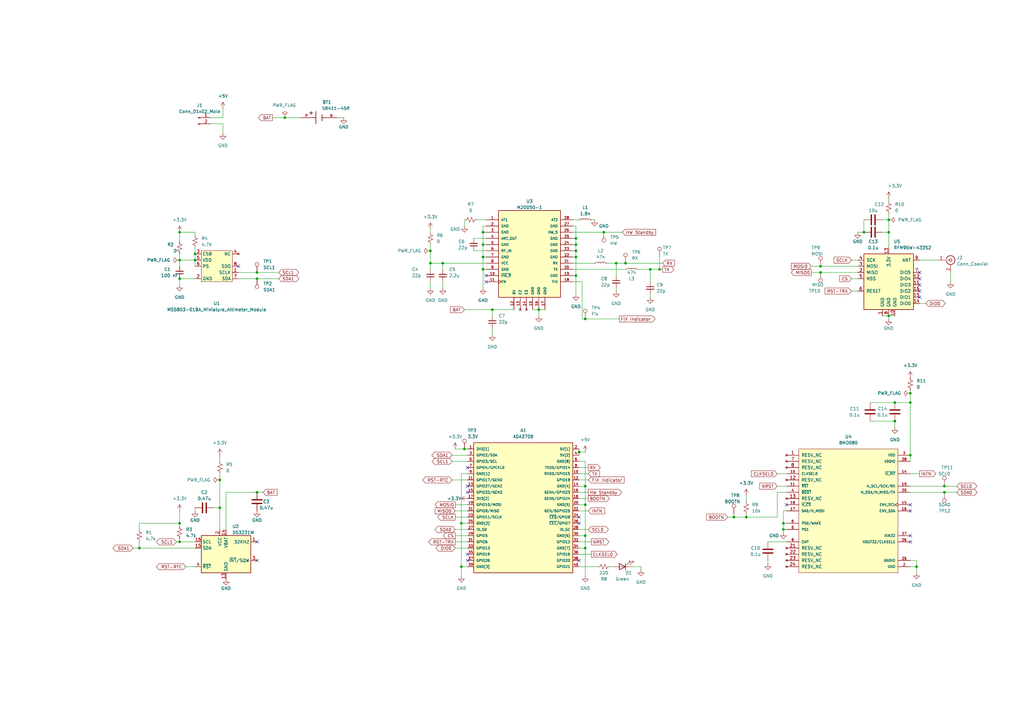
<source format=kicad_sch>
(kicad_sch (version 20211123) (generator eeschema)
  (paper "A3")
  (title_block (title "Real-Time-Rocket") (date "2022-11-10") (rev "v4 (Neutro)") (company "Rice Eclipse") (comment 1 "Hong-Ye Wang"))
  (junction (at 364.49 95.25))
  (junction (at 189.23 232.41))
  (junction (at 256.54 107.95))
  (junction (at 364.49 129.54))
  (junction (at 181.61 107.95))
  (junction (at 300.99 212.09))
  (junction (at 373.38 165.1))
  (junction (at 198.12 105.41))
  (junction (at 90.17 208.28))
  (junction (at 266.7 110.49))
  (junction (at 240.03 224.79))
  (junction (at 80.01 106.68))
  (junction (at 336.55 111.76))
  (junction (at 252.73 107.95))
  (junction (at 387.35 199.39))
  (junction (at 190.5 184.15))
  (junction (at 247.65 95.25))
  (junction (at 73.66 106.68))
  (junction (at 198.12 95.25))
  (junction (at 198.12 110.49))
  (junction (at 73.66 95.25))
  (junction (at 321.31 217.17))
  (junction (at 373.38 186.69))
  (junction (at 220.98 127))
  (junction (at 105.41 201.93))
  (junction (at 373.38 161.29))
  (junction (at 105.41 111.76))
  (junction (at 236.22 97.79))
  (junction (at 189.23 214.63))
  (junction (at 270.51 110.49))
  (junction (at 321.31 214.63))
  (junction (at 176.53 107.95))
  (junction (at 387.35 201.93))
  (junction (at 306.07 212.09))
  (junction (at 240.03 199.39))
  (junction (at 375.92 232.41))
  (junction (at 240.03 130.81))
  (junction (at 236.22 113.03))
  (junction (at 116.84 48.26))
  (junction (at 57.15 224.79))
  (junction (at 354.33 95.25))
  (junction (at 367.03 172.72))
  (junction (at 336.55 109.22))
  (junction (at 236.22 102.87))
  (junction (at 73.66 114.3))
  (junction (at 237.49 185.42))
  (junction (at 80.01 104.14))
  (junction (at 73.66 214.63))
  (junction (at 201.93 127))
  (junction (at 90.17 196.85))
  (junction (at 236.22 105.41))
  (junction (at 240.03 207.01))
  (junction (at 367.03 165.1))
  (junction (at 198.12 100.33))
  (junction (at 73.66 222.25))
  (junction (at 176.53 102.87))
  (junction (at 105.41 114.3))
  (junction (at 240.03 219.71))
  (junction (at 364.49 90.17))
  (junction (at 236.22 100.33))
  (no_connect (at 105.41 229.87))
  (no_connect (at 373.38 222.25))
  (no_connect (at 199.39 113.03))
  (no_connect (at 199.39 115.57))
  (no_connect (at 105.41 222.25))
  (no_connect (at 377.19 119.38))
  (no_connect (at 191.77 191.77))
  (no_connect (at 373.38 219.71))
  (no_connect (at 97.79 109.22))
  (no_connect (at 322.58 207.01))
  (no_connect (at 377.19 116.84))
  (no_connect (at 377.19 114.3))
  (no_connect (at 237.49 214.63))
  (no_connect (at 377.19 111.76))
  (no_connect (at 191.77 199.39))
  (no_connect (at 191.77 201.93))
  (no_connect (at 237.49 229.87))
  (no_connect (at 377.19 121.92))
  (no_connect (at 373.38 207.01))
  (no_connect (at 191.77 227.33))
  (no_connect (at 191.77 229.87))
  (no_connect (at 237.49 212.09))
  (no_connect (at 373.38 209.55))
  (wire (pts (xy 321.31 217.17) (xy 321.31 218.44)))
  (wire (pts (xy 80.01 208.28) (xy 80.01 209.55)))
  (wire (pts (xy 116.84 48.26) (xy 123.19 48.26)))
  (wire (pts (xy 364.49 129.54) (xy 364.49 130.81)))
  (wire (pts (xy 236.22 102.87) (xy 236.22 105.41)))
  (wire (pts (xy 236.22 105.41) (xy 236.22 113.03)))
  (wire (pts (xy 373.38 194.31) (xy 377.19 194.31)))
  (wire (pts (xy 237.49 207.01) (xy 240.03 207.01)))
  (wire (pts (xy 181.61 107.95) (xy 176.53 107.95)))
  (wire (pts (xy 270.51 105.41) (xy 270.51 110.49)))
  (wire (pts (xy 186.69 219.71) (xy 191.77 219.71)))
  (wire (pts (xy 364.49 90.17) (xy 364.49 95.25)))
  (wire (pts (xy 236.22 100.33) (xy 236.22 102.87)))
  (wire (pts (xy 236.22 113.03) (xy 236.22 120.65)))
  (wire (pts (xy 90.17 196.85) (xy 90.17 208.28)))
  (wire (pts (xy 256.54 107.95) (xy 271.78 107.95)))
  (wire (pts (xy 306.07 203.2) (xy 306.07 205.74)))
  (wire (pts (xy 186.69 209.55) (xy 191.77 209.55)))
  (wire (pts (xy 198.12 92.71) (xy 198.12 95.25)))
  (wire (pts (xy 198.12 110.49) (xy 199.39 110.49)))
  (wire (pts (xy 57.15 222.25) (xy 57.15 224.79)))
  (wire (pts (xy 181.61 115.57) (xy 181.61 118.11)))
  (wire (pts (xy 86.36 48.26) (xy 91.44 48.26)))
  (wire (pts (xy 356.87 172.72) (xy 367.03 172.72)))
  (wire (pts (xy 238.76 115.57) (xy 234.95 115.57)))
  (wire (pts (xy 176.53 95.25) (xy 176.53 93.98)))
  (wire (pts (xy 91.44 44.45) (xy 91.44 48.26)))
  (wire (pts (xy 318.77 199.39) (xy 322.58 199.39)))
  (wire (pts (xy 367.03 165.1) (xy 356.87 165.1)))
  (wire (pts (xy 306.07 210.82) (xy 306.07 212.09)))
  (wire (pts (xy 237.49 185.42) (xy 237.49 186.69)))
  (wire (pts (xy 373.38 229.87) (xy 375.92 229.87)))
  (wire (pts (xy 92.71 201.93) (xy 105.41 201.93)))
  (wire (pts (xy 190.5 90.17) (xy 190.5 92.71)))
  (wire (pts (xy 54.61 224.79) (xy 57.15 224.79)))
  (wire (pts (xy 73.66 222.25) (xy 80.01 222.25)))
  (wire (pts (xy 379.73 124.46) (xy 377.19 124.46)))
  (wire (pts (xy 375.92 232.41) (xy 373.38 232.41)))
  (wire (pts (xy 181.61 107.95) (xy 181.61 110.49)))
  (wire (pts (xy 198.12 105.41) (xy 199.39 105.41)))
  (wire (pts (xy 262.89 232.41) (xy 262.89 233.68)))
  (wire (pts (xy 90.17 186.69) (xy 90.17 189.23)))
  (wire (pts (xy 248.92 107.95) (xy 252.73 107.95)))
  (wire (pts (xy 238.76 130.81) (xy 238.76 115.57)))
  (wire (pts (xy 238.76 130.81) (xy 240.03 130.81)))
  (wire (pts (xy 189.23 232.41) (xy 189.23 236.22)))
  (wire (pts (xy 252.73 118.11) (xy 252.73 119.38)))
  (wire (pts (xy 73.66 95.25) (xy 73.66 99.06)))
  (wire (pts (xy 373.38 201.93) (xy 387.35 201.93)))
  (wire (pts (xy 199.39 90.17) (xy 195.58 90.17)))
  (wire (pts (xy 57.15 214.63) (xy 73.66 214.63)))
  (wire (pts (xy 220.98 127) (xy 220.98 129.54)))
  (wire (pts (xy 237.49 196.85) (xy 241.3 196.85)))
  (wire (pts (xy 321.31 214.63) (xy 321.31 217.17)))
  (wire (pts (xy 176.53 102.87) (xy 176.53 107.95)))
  (wire (pts (xy 332.74 109.22) (xy 336.55 109.22)))
  (wire (pts (xy 237.49 219.71) (xy 240.03 219.71)))
  (wire (pts (xy 92.71 201.93) (xy 92.71 217.17)))
  (wire (pts (xy 314.96 229.87) (xy 314.96 231.14)))
  (wire (pts (xy 194.31 102.87) (xy 199.39 102.87)))
  (wire (pts (xy 373.38 161.29) (xy 373.38 165.1)))
  (wire (pts (xy 314.96 222.25) (xy 322.58 222.25)))
  (wire (pts (xy 240.03 199.39) (xy 240.03 207.01)))
  (wire (pts (xy 80.01 106.68) (xy 80.01 109.22)))
  (wire (pts (xy 234.95 107.95) (xy 243.84 107.95)))
  (wire (pts (xy 73.66 209.55) (xy 73.66 214.63)))
  (wire (pts (xy 387.35 201.93) (xy 392.43 201.93)))
  (wire (pts (xy 234.95 100.33) (xy 236.22 100.33)))
  (wire (pts (xy 186.69 217.17) (xy 191.77 217.17)))
  (wire (pts (xy 87.63 208.28) (xy 90.17 208.28)))
  (wire (pts (xy 234.95 113.03) (xy 236.22 113.03)))
  (wire (pts (xy 349.25 119.38) (xy 351.79 119.38)))
  (wire (pts (xy 373.38 199.39) (xy 387.35 199.39)))
  (wire (pts (xy 237.49 227.33) (xy 242.57 227.33)))
  (wire (pts (xy 237.49 209.55) (xy 241.3 209.55)))
  (wire (pts (xy 336.55 111.76) (xy 351.79 111.76)))
  (wire (pts (xy 354.33 90.17) (xy 354.33 95.25)))
  (wire (pts (xy 318.77 194.31) (xy 322.58 194.31)))
  (wire (pts (xy 375.92 229.87) (xy 375.92 232.41)))
  (wire (pts (xy 198.12 100.33) (xy 198.12 105.41)))
  (wire (pts (xy 201.93 127) (xy 210.82 127)))
  (wire (pts (xy 111.76 48.26) (xy 116.84 48.26)))
  (wire (pts (xy 250.19 232.41) (xy 251.46 232.41)))
  (wire (pts (xy 176.53 115.57) (xy 176.53 118.11)))
  (wire (pts (xy 373.38 165.1) (xy 367.03 165.1)))
  (wire (pts (xy 349.25 114.3) (xy 351.79 114.3)))
  (wire (pts (xy 138.43 48.26) (xy 140.97 48.26)))
  (wire (pts (xy 234.95 97.79) (xy 236.22 97.79)))
  (wire (pts (xy 351.79 95.25) (xy 354.33 95.25)))
  (wire (pts (xy 261.62 110.49) (xy 266.7 110.49)))
  (wire (pts (xy 73.66 104.14) (xy 73.66 106.68)))
  (wire (pts (xy 322.58 201.93) (xy 318.77 201.93)))
  (wire (pts (xy 234.95 105.41) (xy 236.22 105.41)))
  (wire (pts (xy 73.66 106.68) (xy 73.66 109.22)))
  (wire (pts (xy 234.95 92.71) (xy 236.22 92.71)))
  (wire (pts (xy 252.73 107.95) (xy 252.73 113.03)))
  (wire (pts (xy 321.31 214.63) (xy 322.58 214.63)))
  (wire (pts (xy 373.38 186.69) (xy 373.38 189.23)))
  (wire (pts (xy 105.41 111.76) (xy 114.3 111.76)))
  (wire (pts (xy 332.74 111.76) (xy 336.55 111.76)))
  (wire (pts (xy 199.39 92.71) (xy 198.12 92.71)))
  (wire (pts (xy 240.03 224.79) (xy 240.03 236.22)))
  (wire (pts (xy 218.44 127) (xy 220.98 127)))
  (wire (pts (xy 237.49 204.47) (xy 241.3 204.47)))
  (wire (pts (xy 240.03 207.01) (xy 240.03 219.71)))
  (wire (pts (xy 242.57 90.17) (xy 243.84 90.17)))
  (wire (pts (xy 322.58 209.55) (xy 321.31 209.55)))
  (wire (pts (xy 201.93 127) (xy 201.93 129.54)))
  (wire (pts (xy 186.69 184.15) (xy 190.5 184.15)))
  (wire (pts (xy 189.23 194.31) (xy 189.23 214.63)))
  (wire (pts (xy 86.36 50.8) (xy 91.44 50.8)))
  (wire (pts (xy 80.01 96.52) (xy 80.01 95.25)))
  (wire (pts (xy 90.17 208.28) (xy 90.17 217.17)))
  (wire (pts (xy 176.53 107.95) (xy 176.53 110.49)))
  (wire (pts (xy 73.66 106.68) (xy 80.01 106.68)))
  (wire (pts (xy 377.19 106.68) (xy 384.81 106.68)))
  (wire (pts (xy 190.5 184.15) (xy 191.77 184.15)))
  (wire (pts (xy 186.69 222.25) (xy 191.77 222.25)))
  (wire (pts (xy 80.01 104.14) (xy 80.01 106.68)))
  (wire (pts (xy 237.49 217.17) (xy 241.3 217.17)))
  (wire (pts (xy 234.95 102.87) (xy 236.22 102.87)))
  (wire (pts (xy 186.69 212.09) (xy 191.77 212.09)))
  (wire (pts (xy 73.66 220.98) (xy 73.66 222.25)))
  (wire (pts (xy 186.69 207.01) (xy 191.77 207.01)))
  (wire (pts (xy 259.08 232.41) (xy 262.89 232.41)))
  (wire (pts (xy 57.15 224.79) (xy 80.01 224.79)))
  (wire (pts (xy 73.66 114.3) (xy 73.66 116.84)))
  (wire (pts (xy 364.49 81.28) (xy 364.49 82.55)))
  (wire (pts (xy 367.03 172.72) (xy 367.03 175.26)))
  (wire (pts (xy 361.95 90.17) (xy 364.49 90.17)))
  (wire (pts (xy 189.23 214.63) (xy 191.77 214.63)))
  (wire (pts (xy 73.66 114.3) (xy 80.01 114.3)))
  (wire (pts (xy 266.7 110.49) (xy 266.7 115.57)))
  (wire (pts (xy 373.38 160.02) (xy 373.38 161.29)))
  (wire (pts (xy 364.49 95.25) (xy 364.49 101.6)))
  (wire (pts (xy 220.98 127) (xy 223.52 127)))
  (wire (pts (xy 389.89 111.76) (xy 389.89 115.57)))
  (wire (pts (xy 198.12 105.41) (xy 198.12 110.49)))
  (wire (pts (xy 185.42 196.85) (xy 191.77 196.85)))
  (wire (pts (xy 201.93 134.62) (xy 201.93 137.16)))
  (wire (pts (xy 185.42 186.69) (xy 191.77 186.69)))
  (wire (pts (xy 300.99 210.82) (xy 300.99 212.09)))
  (wire (pts (xy 336.55 109.22) (xy 351.79 109.22)))
  (wire (pts (xy 252.73 107.95) (xy 256.54 107.95)))
  (wire (pts (xy 240.03 219.71) (xy 240.03 224.79)))
  (wire (pts (xy 191.77 194.31) (xy 189.23 194.31)))
  (wire (pts (xy 234.95 95.25) (xy 247.65 95.25)))
  (wire (pts (xy 364.49 129.54) (xy 367.03 129.54)))
  (wire (pts (xy 189.23 214.63) (xy 189.23 232.41)))
  (wire (pts (xy 72.39 222.25) (xy 73.66 222.25)))
  (wire (pts (xy 236.22 97.79) (xy 236.22 100.33)))
  (wire (pts (xy 76.2 232.41) (xy 80.01 232.41)))
  (wire (pts (xy 90.17 194.31) (xy 90.17 196.85)))
  (wire (pts (xy 349.25 106.68) (xy 351.79 106.68)))
  (wire (pts (xy 105.41 201.93) (xy 107.95 201.93)))
  (wire (pts (xy 57.15 214.63) (xy 57.15 217.17)))
  (wire (pts (xy 198.12 95.25) (xy 198.12 100.33)))
  (wire (pts (xy 97.79 111.76) (xy 105.41 111.76)))
  (wire (pts (xy 198.12 110.49) (xy 198.12 118.11)))
  (wire (pts (xy 176.53 100.33) (xy 176.53 102.87)))
  (wire (pts (xy 190.5 127) (xy 201.93 127)))
  (wire (pts (xy 198.12 100.33) (xy 199.39 100.33)))
  (wire (pts (xy 194.31 97.79) (xy 199.39 97.79)))
  (wire (pts (xy 361.95 129.54) (xy 364.49 129.54)))
  (wire (pts (xy 234.95 110.49) (xy 256.54 110.49)))
  (wire (pts (xy 237.49 194.31) (xy 241.3 194.31)))
  (wire (pts (xy 237.49 185.42) (xy 240.03 185.42)))
  (wire (pts (xy 375.92 232.41) (xy 375.92 234.95)))
  (wire (pts (xy 240.03 130.81) (xy 254 130.81)))
  (wire (pts (xy 306.07 212.09) (xy 318.77 212.09)))
  (wire (pts (xy 105.41 114.3) (xy 114.3 114.3)))
  (wire (pts (xy 266.7 120.65) (xy 266.7 121.92)))
  (wire (pts (xy 237.49 224.79) (xy 240.03 224.79)))
  (wire (pts (xy 298.45 212.09) (xy 300.99 212.09)))
  (wire (pts (xy 181.61 107.95) (xy 199.39 107.95)))
  (wire (pts (xy 80.01 95.25) (xy 73.66 95.25)))
  (wire (pts (xy 97.79 114.3) (xy 105.41 114.3)))
  (wire (pts (xy 266.7 110.49) (xy 270.51 110.49)))
  (wire (pts (xy 247.65 95.25) (xy 255.27 95.25)))
  (wire (pts (xy 234.95 90.17) (xy 237.49 90.17)))
  (wire (pts (xy 237.49 222.25) (xy 242.57 222.25)))
  (wire (pts (xy 237.49 189.23) (xy 240.03 189.23)))
  (wire (pts (xy 237.49 201.93) (xy 241.3 201.93)))
  (wire (pts (xy 270.51 110.49) (xy 271.78 110.49)))
  (wire (pts (xy 237.49 191.77) (xy 241.3 191.77)))
  (wire (pts (xy 361.95 95.25) (xy 364.49 95.25)))
  (wire (pts (xy 387.35 199.39) (xy 392.43 199.39)))
  (wire (pts (xy 318.77 201.93) (xy 318.77 212.09)))
  (wire (pts (xy 73.66 214.63) (xy 73.66 215.9)))
  (wire (pts (xy 321.31 217.17) (xy 322.58 217.17)))
  (wire (pts (xy 198.12 95.25) (xy 199.39 95.25)))
  (wire (pts (xy 189.23 232.41) (xy 191.77 232.41)))
  (wire (pts (xy 185.42 189.23) (xy 191.77 189.23)))
  (wire (pts (xy 300.99 212.09) (xy 306.07 212.09)))
  (wire (pts (xy 321.31 209.55) (xy 321.31 214.63)))
  (wire (pts (xy 237.49 184.15) (xy 237.49 185.42)))
  (wire (pts (xy 364.49 87.63) (xy 364.49 90.17)))
  (wire (pts (xy 186.69 224.79) (xy 191.77 224.79)))
  (wire (pts (xy 80.01 101.6) (xy 80.01 104.14)))
  (wire (pts (xy 240.03 189.23) (xy 240.03 199.39)))
  (wire (pts (xy 373.38 165.1) (xy 373.38 186.69)))
  (wire (pts (xy 91.44 50.8) (xy 91.44 54.61)))
  (wire (pts (xy 237.49 199.39) (xy 240.03 199.39)))
  (wire (pts (xy 237.49 232.41) (xy 245.11 232.41)))
  (wire (pts (xy 236.22 92.71) (xy 236.22 97.79)))
  (global_label "INTN" (shape output) (at 377.19 194.31 0) (property "Intersheet References" "${INTERSHEET_REFS}" (effects hide)))
  (global_label "RST-RTC" (shape bidirectional) (at 185.42 196.85 180) (property "Intersheet References" "${INTERSHEET_REFS}" (effects hide)))
  (global_label "SCL1" (shape bidirectional) (at 114.3 111.76 0) (property "Intersheet References" "${INTERSHEET_REFS}" (effects hide)))
  (global_label "INTN" (shape input) (at 241.3 209.55 0) (property "Intersheet References" "${INTERSHEET_REFS}" (effects hide)))
  (global_label "SDA0" (shape bidirectional) (at 186.69 217.17 180) (property "Intersheet References" "${INTERSHEET_REFS}" (effects hide)))
  (global_label "FIX Indicator" (shape output) (at 254 130.81 0) (property "Intersheet References" "${INTERSHEET_REFS}" (effects hide)))
  (global_label "RX" (shape input) (at 271.78 107.95 0) (property "Intersheet References" "${INTERSHEET_REFS}" (effects hide)))
  (global_label "MOSI0" (shape input) (at 332.74 109.22 180) (property "Intersheet References" "${INTERSHEET_REFS}" (effects hide)))
  (global_label "HW Standby" (shape output) (at 241.3 201.93 0) (property "Intersheet References" "${INTERSHEET_REFS}" (effects hide)))
  (global_label "BOOTN" (shape output) (at 241.3 204.47 0) (property "Intersheet References" "${INTERSHEET_REFS}" (effects hide)))
  (global_label "FIX Indicator" (shape input) (at 241.3 196.85 0) (property "Intersheet References" "${INTERSHEET_REFS}" (effects hide)))
  (global_label "MISO0" (shape output) (at 332.74 111.76 180) (property "Intersheet References" "${INTERSHEET_REFS}" (effects hide)))
  (global_label "MOSI0" (shape output) (at 186.69 207.01 180) (property "Intersheet References" "${INTERSHEET_REFS}" (effects hide)))
  (global_label "RST-RTC" (shape bidirectional) (at 76.2 232.41 180) (property "Intersheet References" "${INTERSHEET_REFS}" (effects hide)))
  (global_label "NRST" (shape input) (at 318.77 199.39 180) (property "Intersheet References" "${INTERSHEET_REFS}" (effects hide)))
  (global_label "SCL1" (shape bidirectional) (at 185.42 189.23 180) (property "Intersheet References" "${INTERSHEET_REFS}" (effects hide)))
  (global_label "CLKSEL0" (shape input) (at 318.77 194.31 180) (property "Intersheet References" "${INTERSHEET_REFS}" (effects hide)))
  (global_label "BAT" (shape output) (at 111.76 48.26 180) (property "Intersheet References" "${INTERSHEET_REFS}" (effects hide)))
  (global_label "BAT" (shape input) (at 107.95 201.93 0) (property "Intersheet References" "${INTERSHEET_REFS}" (effects hide)))
  (global_label "DIO0" (shape bidirectional) (at 186.69 224.79 180) (property "Intersheet References" "${INTERSHEET_REFS}" (effects hide)))
  (global_label "TX" (shape input) (at 241.3 194.31 0) (property "Intersheet References" "${INTERSHEET_REFS}" (effects hide)))
  (global_label "CS" (shape input) (at 349.25 114.3 180) (property "Intersheet References" "${INTERSHEET_REFS}" (effects hide)))
  (global_label "RX" (shape output) (at 241.3 191.77 0) (property "Intersheet References" "${INTERSHEET_REFS}" (effects hide)))
  (global_label "HW Standby" (shape input) (at 255.27 95.25 0) (property "Intersheet References" "${INTERSHEET_REFS}" (effects hide)))
  (global_label "SDA0" (shape bidirectional) (at 392.43 201.93 0) (property "Intersheet References" "${INTERSHEET_REFS}" (effects hide)))
  (global_label "SCL0" (shape bidirectional) (at 241.3 217.17 0) (property "Intersheet References" "${INTERSHEET_REFS}" (effects hide)))
  (global_label "SDA1" (shape bidirectional) (at 185.42 186.69 180) (property "Intersheet References" "${INTERSHEET_REFS}" (effects hide)))
  (global_label "SCL0" (shape bidirectional) (at 392.43 199.39 0) (property "Intersheet References" "${INTERSHEET_REFS}" (effects hide)))
  (global_label "SDA1" (shape bidirectional) (at 54.61 224.79 180) (property "Intersheet References" "${INTERSHEET_REFS}" (effects hide)))
  (global_label "TX" (shape output) (at 271.78 110.49 0) (property "Intersheet References" "${INTERSHEET_REFS}" (effects hide)))
  (global_label "BAT" (shape input) (at 190.5 127 180) (property "Intersheet References" "${INTERSHEET_REFS}" (effects hide)))
  (global_label "MISO0" (shape input) (at 186.69 209.55 180) (property "Intersheet References" "${INTERSHEET_REFS}" (effects hide)))
  (global_label "DIO0" (shape bidirectional) (at 379.73 124.46 0) (property "Intersheet References" "${INTERSHEET_REFS}" (effects hide)))
  (global_label "CLKSEL0" (shape output) (at 242.57 227.33 0) (property "Intersheet References" "${INTERSHEET_REFS}" (effects hide)))
  (global_label "SCLK" (shape input) (at 349.25 106.68 180) (property "Intersheet References" "${INTERSHEET_REFS}" (effects hide)))
  (global_label "SDA1" (shape bidirectional) (at 114.3 114.3 0) (property "Intersheet References" "${INTERSHEET_REFS}" (effects hide)))
  (global_label "RST-TRX" (shape input) (at 349.25 119.38 180) (property "Intersheet References" "${INTERSHEET_REFS}" (effects hide)))
  (global_label "SCLK" (shape output) (at 186.69 212.09 180) (property "Intersheet References" "${INTERSHEET_REFS}" (effects hide)))
  (global_label "SCL1" (shape bidirectional) (at 72.39 222.25 180) (property "Intersheet References" "${INTERSHEET_REFS}" (effects hide)))
  (global_label "NRST" (shape output) (at 242.57 222.25 0) (property "Intersheet References" "${INTERSHEET_REFS}" (effects hide)))
  (global_label "RST-TRX" (shape output) (at 186.69 222.25 180) (property "Intersheet References" "${INTERSHEET_REFS}" (effects hide)))
  (global_label "BOOTN" (shape input) (at 298.45 212.09 180) (property "Intersheet References" "${INTERSHEET_REFS}" (effects hide)))
  (global_label "CS" (shape output) (at 186.69 219.71 180) (property "Intersheet References" "${INTERSHEET_REFS}" (effects hide)))
  (symbol (lib_id "Flight_Instruments:BNO080") (at 347.98 209.55 0) (unit 1)
    (property "Reference" "U4" (at 347.98 179.07 0))
    (property "Value" "BNO080" (at 347.98 181.61 0))
    (property "Footprint" "IC_BNO080" (effects hide))
    (property "MAXIMUM_PACKAGE_HEIGHT" "1.180 mm" (effects hide))
    (property "PARTREV" "1.6" (effects hide))
    (property "MANUFACTURER" "Hillcrest Laboratories, Inc." (effects hide))
    (property "STANDARD" "Manufacturer Recommendations" (effects hide))
  )
  (symbol (lib_id "power:GND") (at 198.12 118.11 0) (unit 1)
    (property "Reference" "#PWR019" (effects hide))
    (property "Value" "GND" (at 198.12 123.19 0))
  )
  (symbol (lib_id "power:GND") (at 73.66 116.84 0) (unit 1)
    (property "Reference" "#PWR02" (effects hide))
    (property "Value" "GND" (at 73.66 121.92 0))
  )
  (symbol (lib_name "DS3231M_1") (lib_id "Timer_RTC:DS3231M") (at 92.71 227.33 0) (unit 1)
    (property "Reference" "U2" (at 95.25 215.9 0) (effects (justify left)))
    (property "Value" "DS3231M" (at 95.25 218.44 0) (effects (justify left)))
    (property "Footprint" "avio_flight_instruments_meeting_1:SOIC127P1032X265-16N" (effects hide))
    (property "Datasheet" "http://datasheets.maximintegrated.com/en/ds/DS3231.pdf" (effects hide))
  )
  (symbol (lib_id "Device:C_Small") (at 73.66 111.76 180) (unit 1)
    (property "Reference" "C1" (at 67.31 110.49 0) (effects (justify right)))
    (property "Value" "100 nF" (at 66.04 113.03 0) (effects (justify right)))
    (property "Footprint" "Capacitor_SMD:C_1206_3216Metric" (effects hide))
  )
  (symbol (lib_id "power:GND") (at 266.7 121.92 0) (unit 1)
    (property "Reference" "#PWR028" (effects hide))
    (property "Value" "GND" (at 266.7 127 0))
  )
  (symbol (lib_id "Flight_Instruments:M20050-1") (at 217.17 105.41 0) (unit 1)
    (property "Reference" "U3" (at 217.17 82.55 0))
    (property "Value" "M20050-1" (at 217.17 85.09 0))
    (property "Footprint" "avio_flight_instruments_meeting_1:XCVR_M20050-1" (effects hide))
    (property "MAXIMUM_PACKAGE_HEIGHT" "2.0 mm" (effects hide))
    (property "MANUFACTURER" "Antenova" (effects hide))
    (property "PARTREV" "M20050-1-PS-2.01" (effects hide))
    (property "STANDARD" "Manufacturer Recommendations" (effects hide))
  )
  (symbol (lib_id "Connector:TestPoint") (at 105.41 114.3 180) (unit 1)
    (property "Reference" "TP2" (at 107.95 116.3319 0) (effects (justify right)))
    (property "Value" "SDA1" (at 107.95 118.8719 0) (effects (justify right)))
    (property "Footprint" "TestPoint:TestPoint_Pad_D1.5mm" (effects hide))
  )
  (symbol (lib_id "Device:C_Small") (at 201.93 132.08 180) (unit 1)
    (property "Reference" "C7" (at 204.47 129.54 0) (effects (justify right)))
    (property "Value" "22p" (at 204.47 132.08 0) (effects (justify right)))
    (property "Footprint" "Capacitor_SMD:C_1206_3216Metric" (effects hide))
  )
  (symbol (lib_id "Flight_Instruments:MS5803-01BA_Miniature_Altimeter_Module") (at 88.9 106.68 0) (unit 1)
    (property "Reference" "U1" (at 88.9 124.46 0))
    (property "Value" "MS5803-01BA_Miniature_Altimeter_Module" (at 88.9 127 0))
    (property "Footprint" "avio_flight_instruments_meeting_1:MS5803-01BA_Miniature_Altimeter_Module" (effects hide))
  )
  (symbol (lib_id "power:+3.3V") (at 306.07 203.2 0) (unit 1)
    (property "Reference" "#PWR029" (effects hide))
    (property "Value" "+3.3V" (at 306.07 198.12 0))
  )
  (symbol (lib_id "power:GND") (at 351.79 95.25 0) (unit 1)
    (property "Reference" "#PWR032" (effects hide))
    (property "Value" "GND" (at 351.79 99.06 0))
  )
  (symbol (lib_id "Device:L_Small") (at 240.03 90.17 270) (mirror x) (unit 1)
    (property "Reference" "L1" (at 240.03 85.09 90))
    (property "Value" "1.8n" (at 240.03 87.63 90))
    (property "Footprint" "Inductor_SMD:L_1206_3216Metric" (effects hide))
  )
  (symbol (lib_id "power:GND") (at 364.49 130.81 0) (unit 1)
    (property "Reference" "#PWR034" (effects hide))
    (property "Value" "GND" (at 364.49 134.62 0))
  )
  (symbol (lib_name "RFM96W-433S2_1") (lib_id "RF_Module:RFM96W-433S2") (at 364.49 114.3 0) (unit 1)
    (property "Reference" "U5" (at 366.5094 99.06 0) (effects (justify left)))
    (property "Value" "RFM96W-433S2" (at 366.5094 101.6 0) (effects (justify left)))
    (property "Footprint" "RF_Module:HOPERF_RFM9XW_SMD" (effects hide))
    (property "Datasheet" "https://www.hoperf.com/data/upload/portal/20181127/5bfcc0ac60235.pdf" (effects hide))
  )
  (symbol (lib_id "Device:R_Small_US") (at 364.49 85.09 0) (unit 1)
    (property "Reference" "R10" (at 367.03 83.8199 0) (effects (justify left)))
    (property "Value" "0" (at 367.03 86.3599 0) (effects (justify left)))
    (property "Footprint" "Resistor_SMD:R_1206_3216Metric" (effects hide))
  )
  (symbol (lib_id "Device:C") (at 83.82 208.28 90) (unit 1)
    (property "Reference" "C2" (at 83.82 201.93 90))
    (property "Value" "0.47u" (at 83.82 204.47 90))
    (property "Footprint" "Capacitor_SMD:C_1206_3216Metric" (effects hide))
  )
  (symbol (lib_id "power:GND") (at 375.92 234.95 0) (unit 1)
    (property "Reference" "#PWR037" (effects hide))
    (property "Value" "GND" (at 375.92 240.03 0))
  )
  (symbol (lib_id "Connector:TestPoint") (at 387.35 199.39 0) (unit 1)
    (property "Reference" "TP11" (at 386.08 191.77 0) (effects (justify left)))
    (property "Value" "SCL0" (at 384.81 194.31 0) (effects (justify left)))
    (property "Footprint" "TestPoint:TestPoint_Pad_D1.5mm" (effects hide))
  )
  (symbol (lib_id "Device:R_Small_US") (at 373.38 157.48 0) (unit 1)
    (property "Reference" "R11" (at 375.92 156.2099 0) (effects (justify left)))
    (property "Value" "0" (at 375.92 158.7499 0) (effects (justify left)))
    (property "Footprint" "Resistor_SMD:R_1206_3216Metric" (effects hide))
  )
  (symbol (lib_id "Connector:TestPoint") (at 256.54 107.95 0) (unit 1)
    (property "Reference" "TP6" (at 259.08 103.3779 0) (effects (justify left)))
    (property "Value" "RX" (at 259.08 105.9179 0) (effects (justify left)))
    (property "Footprint" "TestPoint:TestPoint_Pad_D1.5mm" (effects hide))
  )
  (symbol (lib_id "power:GND") (at 389.89 115.57 0) (unit 1)
    (property "Reference" "#PWR038" (effects hide))
    (property "Value" "GND" (at 389.89 120.65 0))
  )
  (symbol (lib_id "Device:C") (at 105.41 205.74 0) (unit 1)
    (property "Reference" "C3" (at 109.22 205.74 0))
    (property "Value" "0.47u" (at 109.22 208.28 0))
    (property "Footprint" "Capacitor_SMD:C_1206_3216Metric" (effects hide))
  )
  (symbol (lib_id "Device:R_Small_US") (at 57.15 219.71 0) (unit 1)
    (property "Reference" "R1" (at 59.69 218.4399 0) (effects (justify left)))
    (property "Value" "4.7k" (at 59.69 220.9799 0) (effects (justify left)))
    (property "Footprint" "Resistor_SMD:R_1206_3216Metric" (effects hide))
  )
  (symbol (lib_id "Connector:TestPoint") (at 270.51 105.41 0) (unit 1)
    (property "Reference" "TP7" (at 271.78 101.6 0) (effects (justify left)))
    (property "Value" "TX" (at 271.78 104.14 0) (effects (justify left)))
    (property "Footprint" "TestPoint:TestPoint_Pad_D1.5mm" (effects hide))
  )
  (symbol (lib_id "Connector:TestPoint") (at 190.5 184.15 0) (unit 1)
    (property "Reference" "TP3" (at 191.77 176.53 0) (effects (justify left)))
    (property "Value" "3.3V" (at 191.77 179.07 0) (effects (justify left)))
    (property "Footprint" "TestPoint:TestPoint_Pad_D1.5mm" (effects hide))
  )
  (symbol (lib_id "Device:C_Small") (at 181.61 113.03 180) (unit 1)
    (property "Reference" "C5" (at 184.15 110.49 0) (effects (justify right)))
    (property "Value" "2.2u" (at 184.15 113.03 0) (effects (justify right)))
    (property "Footprint" "Capacitor_SMD:C_1206_3216Metric" (effects hide))
  )
  (symbol (lib_id "power:+3.3V") (at 176.53 93.98 0) (unit 1)
    (property "Reference" "#PWR012" (effects hide))
    (property "Value" "+3.3V" (at 176.53 88.9 0))
  )
  (symbol (lib_id "Device:L_Small") (at 259.08 110.49 90) (unit 1)
    (property "Reference" "L3" (at 259.08 114.3 90))
    (property "Value" "47n" (at 259.08 111.76 90))
    (property "Footprint" "Inductor_SMD:L_1206_3216Metric" (effects hide))
  )
  (symbol (lib_id "Connector:TestPoint") (at 336.55 111.76 180) (unit 1)
    (property "Reference" "TP10" (at 336.55 119.38 0) (effects (justify left)))
    (property "Value" "MISO" (at 337.82 116.84 0) (effects (justify left)))
    (property "Footprint" "TestPoint:TestPoint_Pad_D1.5mm" (effects hide))
  )
  (symbol (lib_id "power:+3.3V") (at 73.66 95.25 0) (unit 1)
    (property "Reference" "#PWR01" (effects hide))
    (property "Value" "+3.3V" (at 73.66 90.17 0))
  )
  (symbol (lib_id "power:+3.3V") (at 90.17 186.69 0) (unit 1)
    (property "Reference" "#PWR05" (effects hide))
    (property "Value" "+3.3V" (at 90.17 181.61 0))
  )
  (symbol (lib_id "Device:R_Small_US") (at 176.53 97.79 0) (unit 1)
    (property "Reference" "R6" (at 179.07 96.5199 0) (effects (justify left)))
    (property "Value" "0" (at 179.07 99.0599 0) (effects (justify left)))
    (property "Footprint" "Resistor_SMD:R_1206_3216Metric" (effects hide))
  )
  (symbol (lib_id "power:GND") (at 252.73 119.38 0) (unit 1)
    (property "Reference" "#PWR026" (effects hide))
    (property "Value" "GND" (at 252.73 124.46 0))
  )
  (symbol (lib_id "Connector:Conn_01x02_Male") (at 81.28 48.26 0) (unit 1)
    (property "Reference" "J1" (at 81.915 43.18 0))
    (property "Value" "Conn_01x02_Male" (at 81.915 45.72 0))
    (property "Footprint" "Connector_PinHeader_2.54mm:PinHeader_1x02_P2.54mm_Vertical" (effects hide))
  )
  (symbol (lib_id "power:+3.3V") (at 373.38 154.94 0) (unit 1)
    (property "Reference" "#PWR036" (effects hide))
    (property "Value" "+3.3V" (at 373.38 149.86 0))
  )
  (symbol (lib_id "power:GND") (at 220.98 129.54 0) (unit 1)
    (property "Reference" "#PWR021" (effects hide))
    (property "Value" "GND" (at 220.98 134.62 0))
  )
  (symbol (lib_id "power:GND") (at 105.41 209.55 0) (unit 1)
    (property "Reference" "#PWR09" (effects hide))
    (property "Value" "GND" (at 105.41 213.36 0))
  )
  (symbol (lib_id "power:GND") (at 140.97 48.26 0) (unit 1)
    (property "Reference" "#PWR010" (effects hide))
    (property "Value" "GND" (at 140.97 52.07 0))
  )
  (symbol (lib_id "power:GND") (at 236.22 120.65 0) (unit 1)
    (property "Reference" "#PWR022" (effects hide))
    (property "Value" "GND" (at 236.22 125.73 0))
  )
  (symbol (lib_id "Device:C_Small") (at 266.7 118.11 0) (unit 1)
    (property "Reference" "C9" (at 269.24 116.8462 0) (effects (justify left)))
    (property "Value" "22p" (at 269.24 119.3862 0) (effects (justify left)))
    (property "Footprint" "Capacitor_SMD:C_1206_3216Metric" (effects hide))
  )
  (symbol (lib_id "Device:L_Small") (at 246.38 107.95 90) (unit 1)
    (property "Reference" "L2" (at 246.38 102.87 90))
    (property "Value" "47n" (at 246.38 105.41 90))
    (property "Footprint" "Inductor_SMD:L_1206_3216Metric" (effects hide))
  )
  (symbol (lib_id "Connector:TestPoint") (at 105.41 111.76 0) (unit 1)
    (property "Reference" "TP1" (at 107.95 107.1879 0) (effects (justify left)))
    (property "Value" "SCL1" (at 107.95 109.7279 0) (effects (justify left)))
    (property "Footprint" "TestPoint:TestPoint_Pad_D1.5mm" (effects hide))
  )
  (symbol (lib_id "Device:C_Small") (at 194.31 100.33 180) (unit 1)
    (property "Reference" "C6" (at 187.96 99.06 0) (effects (justify right)))
    (property "Value" "22p" (at 187.96 101.6 0) (effects (justify right)))
    (property "Footprint" "Capacitor_SMD:C_1206_3216Metric" (effects hide))
  )
  (symbol (lib_id "Device:R_Small_US") (at 193.04 90.17 90) (unit 1)
    (property "Reference" "R7" (at 193.04 83.82 90))
    (property "Value" "0" (at 193.04 86.36 90))
    (property "Footprint" "Resistor_SMD:R_1206_3216Metric" (effects hide))
  )
  (symbol (lib_id "Connector:TestPoint") (at 387.35 201.93 180) (unit 1)
    (property "Reference" "TP12" (at 389.89 209.55 0) (effects (justify left)))
    (property "Value" "SDA0" (at 389.89 207.01 0) (effects (justify left)))
    (property "Footprint" "TestPoint:TestPoint_Pad_D1.5mm" (effects hide))
  )
  (symbol (lib_id "power:GND") (at 91.44 54.61 0) (unit 1)
    (property "Reference" "#PWR07" (effects hide))
    (property "Value" "GND" (at 91.44 59.69 0))
  )
  (symbol (lib_id "power:GND") (at 176.53 118.11 0) (unit 1)
    (property "Reference" "#PWR013" (effects hide))
    (property "Value" "GND" (at 176.53 123.19 0))
  )
  (symbol (lib_id "power:GND") (at 201.93 137.16 0) (unit 1)
    (property "Reference" "#PWR020" (effects hide))
    (property "Value" "GND" (at 201.93 142.24 0))
  )
  (symbol (lib_id "Device:C") (at 358.14 90.17 90) (unit 1)
    (property "Reference" "C12" (at 360.68 83.82 90))
    (property "Value" "10u" (at 358.14 86.36 90))
    (property "Footprint" "Capacitor_SMD:C_1206_3216Metric" (effects hide))
  )
  (symbol (lib_id "power:PWR_FLAG") (at 373.38 161.29 90) (unit 1)
    (property "Reference" "#FLG07" (effects hide))
    (property "Value" "PWR_FLAG" (at 369.57 161.2899 90) (effects (justify left)))
  )
  (symbol (lib_id "Connector:TestPoint") (at 336.55 109.22 0) (unit 1)
    (property "Reference" "TP9" (at 332.74 101.6 0) (effects (justify left)))
    (property "Value" "MOSI" (at 332.74 104.14 0) (effects (justify left)))
    (property "Footprint" "TestPoint:TestPoint_Pad_D1.5mm" (effects hide))
  )
  (symbol (lib_id "power:+3.3V") (at 73.66 209.55 0) (unit 1)
    (property "Reference" "#PWR03" (effects hide))
    (property "Value" "+3.3V" (at 73.66 204.47 0))
  )
  (symbol (lib_id "power:GND") (at 92.71 237.49 0) (unit 1)
    (property "Reference" "#PWR08" (effects hide))
    (property "Value" "GND" (at 92.71 241.3 0))
  )
  (symbol (lib_id "Device:R_Small_US") (at 90.17 191.77 0) (unit 1)
    (property "Reference" "R5" (at 92.71 190.4999 0) (effects (justify left)))
    (property "Value" "0" (at 92.71 193.0399 0) (effects (justify left)))
    (property "Footprint" "Resistor_SMD:R_1206_3216Metric" (effects hide))
  )
  (symbol (lib_id "power:GND") (at 321.31 218.44 0) (unit 1)
    (property "Reference" "#PWR031" (effects hide))
    (property "Value" "GND" (at 317.5 219.71 0))
  )
  (symbol (lib_id "S8411-45R:S8411-45R") (at 130.81 48.26 0) (unit 1)
    (property "Reference" "BT1" (at 135.89 41.91 0) (effects (justify right)))
    (property "Value" "S8411-45R" (at 143.51 44.45 0) (effects (justify right)))
    (property "Footprint" "avio_flight_instruments_meeting_1:BAT_S8411-45R" (effects hide))
    (property "MAXIMUM_PACKAGE_HEIGHT" "4.25mm" (effects hide))
    (property "STANDARD" "Manufacturer Recommendations" (effects hide))
    (property "MANUFACTURER" "Harwin" (effects hide))
  )
  (symbol (lib_id "power:GND") (at 190.5 92.71 0) (unit 1)
    (property "Reference" "#PWR017" (effects hide))
    (property "Value" "GND" (at 186.69 93.98 0))
  )
  (symbol (lib_id "power:GND") (at 181.61 118.11 0) (unit 1)
    (property "Reference" "#PWR014" (effects hide))
    (property "Value" "GND" (at 181.61 123.19 0))
  )
  (symbol (lib_id "Device:LED") (at 255.27 232.41 180) (unit 1)
    (property "Reference" "D1" (at 257.81 234.95 0))
    (property "Value" "Green" (at 255.27 237.49 0))
    (property "Footprint" "LED_THT:LED_D3.0mm" (effects hide))
  )
  (symbol (lib_id "power:PWR_FLAG") (at 176.53 102.87 90) (unit 1)
    (property "Reference" "#FLG04" (effects hide))
    (property "Value" "PWR_FLAG" (at 172.72 102.8699 90) (effects (justify left)))
  )
  (symbol (lib_id "power:PWR_FLAG") (at 90.17 196.85 90) (unit 1)
    (property "Reference" "#FLG02" (effects hide))
    (property "Value" "PWR_FLAG" (at 86.36 196.8499 90) (effects (justify left)))
  )
  (symbol (lib_id "Device:C_Small") (at 252.73 115.57 0) (unit 1)
    (property "Reference" "C8" (at 246.38 114.3 0) (effects (justify left)))
    (property "Value" "22p" (at 246.38 116.84 0) (effects (justify left)))
    (property "Footprint" "Capacitor_SMD:C_1206_3216Metric" (effects hide))
  )
  (symbol (lib_id "power:GND") (at 240.03 236.22 0) (unit 1)
    (property "Reference" "#PWR024" (effects hide))
    (property "Value" "GND" (at 240.03 241.3 0))
  )
  (symbol (lib_id "Connector:TestPoint") (at 247.65 95.25 180) (unit 1)
    (property "Reference" "TP5" (at 250.19 97.2819 0) (effects (justify right)))
    (property "Value" "HW" (at 250.19 99.8219 0) (effects (justify right)))
    (property "Footprint" "TestPoint:TestPoint_Pad_D1.5mm" (effects hide))
  )
  (symbol (lib_id "power:+3.3V") (at 186.69 184.15 0) (unit 1)
    (property "Reference" "#PWR015" (effects hide))
    (property "Value" "+3.3V" (at 186.69 179.07 0))
  )
  (symbol (lib_id "power:+3.3V") (at 191.77 204.47 90) (unit 1)
    (property "Reference" "#PWR018" (effects hide))
    (property "Value" "+3.3V" (at 189.23 204.47 90) (effects (justify left)))
  )
  (symbol (lib_id "power:+5V") (at 240.03 185.42 0) (unit 1)
    (property "Reference" "#PWR023" (effects hide))
    (property "Value" "+5V" (at 240.03 180.34 0))
  )
  (symbol (lib_id "Connector:TestPoint") (at 300.99 210.82 0) (unit 1)
    (property "Reference" "TP8" (at 299.72 203.2 0) (effects (justify left)))
    (property "Value" "BOOTN" (at 297.18 205.74 0) (effects (justify left)))
    (property "Footprint" "TestPoint:TestPoint_Pad_D1.5mm" (effects hide))
  )
  (symbol (lib_id "Device:R_Small_US") (at 306.07 208.28 0) (unit 1)
    (property "Reference" "R9" (at 308.356 207.0099 0) (effects (justify left)))
    (property "Value" "10k" (at 308.356 209.5499 0) (effects (justify left)))
    (property "Footprint" "Resistor_SMD:R_1206_3216Metric" (effects hide))
  )
  (symbol (lib_id "Device:R_Small_US") (at 73.66 101.6 0) (unit 1)
    (property "Reference" "R2" (at 68.58 100.33 0) (effects (justify left)))
    (property "Value" "0" (at 71.12 102.87 0) (effects (justify left)))
    (property "Footprint" "Resistor_SMD:R_1206_3216Metric" (effects hide))
  )
  (symbol (lib_id "Connector:TestPoint") (at 240.03 130.81 0) (unit 1)
    (property "Reference" "TP4" (at 242.57 126.2379 0) (effects (justify left)))
    (property "Value" "Fix" (at 242.57 128.7779 0) (effects (justify left)))
    (property "Footprint" "TestPoint:TestPoint_Pad_D1.5mm" (effects hide))
  )
  (symbol (lib_id "power:GND") (at 243.84 90.17 0) (unit 1)
    (property "Reference" "#PWR025" (effects hide))
    (property "Value" "GND" (at 247.65 92.71 0))
  )
  (symbol (lib_id "Connector:Conn_Coaxial") (at 389.89 106.68 0) (unit 1)
    (property "Reference" "J2" (at 392.43 105.7031 0) (effects (justify left)))
    (property "Value" "Conn_Coaxial" (at 392.43 108.2431 0) (effects (justify left)))
    (property "Footprint" "Connector_Coaxial:SMA_Amphenol_132203-12_Horizontal" (effects hide))
    (property "Datasheet" " ~" (effects hide))
  )
  (symbol (lib_id "Device:C") (at 356.87 168.91 0) (mirror x) (unit 1)
    (property "Reference" "C11" (at 350.52 167.64 0))
    (property "Value" "0.1u" (at 350.52 170.18 0))
    (property "Footprint" "Capacitor_SMD:C_1206_3216Metric" (effects hide))
  )
  (symbol (lib_id "power:PWR_FLAG") (at 116.84 48.26 0) (unit 1)
    (property "Reference" "#FLG03" (effects hide))
    (property "Value" "PWR_FLAG" (at 111.76 43.18 0) (effects (justify left)))
  )
  (symbol (lib_id "Device:C") (at 358.14 95.25 90) (unit 1)
    (property "Reference" "C13" (at 358.14 99.06 90))
    (property "Value" "0.1u" (at 358.14 101.6 90))
    (property "Footprint" "Capacitor_SMD:C_1206_3216Metric" (effects hide))
  )
  (symbol (lib_id "Flight_Instruments:ADA3708") (at 214.63 207.01 0) (unit 1)
    (property "Reference" "A1" (at 214.63 176.53 0))
    (property "Value" "ADA3708" (at 214.63 179.07 0))
    (property "Footprint" "avio_flight_instruments_meeting_1:ADA3708_RPI-ZERO" (effects hide))
    (property "STANDARD" "MAnufactutrer Recommendations" (effects hide))
    (property "MANUFACTURER" "Raspberry" (effects hide))
  )
  (symbol (lib_id "Device:R_Small_US") (at 80.01 99.06 0) (unit 1)
    (property "Reference" "R4" (at 82.55 97.7899 0) (effects (justify left)))
    (property "Value" "4.7K" (at 82.55 100.3299 0) (effects (justify left)))
    (property "Footprint" "Resistor_SMD:R_1206_3216Metric" (effects hide))
  )
  (symbol (lib_id "Device:C_Small") (at 176.53 113.03 180) (unit 1)
    (property "Reference" "C4" (at 168.91 110.49 0) (effects (justify right)))
    (property "Value" "22p" (at 168.91 113.03 0) (effects (justify right)))
    (property "Footprint" "Capacitor_SMD:C_1206_3216Metric" (effects hide))
  )
  (symbol (lib_id "power:PWR_FLAG") (at 364.49 90.17 270) (unit 1)
    (property "Reference" "#FLG06" (effects hide))
    (property "Value" "PWR_FLAG" (at 368.3 90.1699 90) (effects (justify left)))
  )
  (symbol (lib_id "power:+3.3V") (at 364.49 81.28 0) (unit 1)
    (property "Reference" "#PWR033" (effects hide))
    (property "Value" "+3.3V" (at 367.03 76.2 0))
  )
  (symbol (lib_id "Device:C") (at 314.96 226.06 180) (unit 1)
    (property "Reference" "C10" (at 309.88 224.79 0))
    (property "Value" "0.1u" (at 309.88 227.33 0))
    (property "Footprint" "Capacitor_SMD:C_1206_3216Metric" (effects hide))
  )
  (symbol (lib_id "power:PWR_FLAG") (at 73.66 106.68 90) (unit 1)
    (property "Reference" "#FLG01" (effects hide))
    (property "Value" "PWR_FLAG" (at 69.85 106.6799 90) (effects (justify left)))
  )
  (symbol (lib_id "power:GND") (at 80.01 209.55 0) (unit 1)
    (property "Reference" "#PWR04" (effects hide))
    (property "Value" "GND" (at 80.01 213.36 0))
  )
  (symbol (lib_id "power:+5V") (at 91.44 44.45 0) (unit 1)
    (property "Reference" "#PWR06" (effects hide))
    (property "Value" "+5V" (at 91.44 39.37 0))
  )
  (symbol (lib_id "power:GND") (at 262.89 233.68 0) (unit 1)
    (property "Reference" "#PWR027" (effects hide))
    (property "Value" "GND" (at 262.89 238.76 0))
  )
  (symbol (lib_id "Device:C") (at 367.03 168.91 0) (mirror x) (unit 1)
    (property "Reference" "C14" (at 361.95 167.64 0))
    (property "Value" "0.1u" (at 361.95 170.18 0))
    (property "Footprint" "Capacitor_SMD:C_1206_3216Metric" (effects hide))
  )
  (symbol (lib_id "Device:R_Small_US") (at 247.65 232.41 90) (unit 1)
    (property "Reference" "R8" (at 247.65 237.49 90))
    (property "Value" "220" (at 247.65 234.95 90))
    (property "Footprint" "Resistor_SMD:R_1206_3216Metric" (effects hide))
  )
  (symbol (lib_id "power:GND") (at 367.03 175.26 0) (mirror y) (unit 1)
    (property "Reference" "#PWR035" (effects hide))
    (property "Value" "GND" (at 367.03 180.34 0))
  )
  (symbol (lib_id "Device:R_Small_US") (at 73.66 218.44 0) (unit 1)
    (property "Reference" "R3" (at 76.2 217.1699 0) (effects (justify left)))
    (property "Value" "4.7k" (at 76.2 219.7099 0) (effects (justify left)))
    (property "Footprint" "Resistor_SMD:R_1206_3216Metric" (effects hide))
  )
  (symbol (lib_id "power:GND") (at 314.96 231.14 0) (unit 1)
    (property "Reference" "#PWR030" (effects hide))
    (property "Value" "GND" (at 314.96 236.22 0))
  )
  (symbol (lib_id "power:GND") (at 189.23 236.22 0) (unit 1)
    (property "Reference" "#PWR016" (effects hide))
    (property "Value" "GND" (at 189.23 241.3 0))
  )
)
</source>
